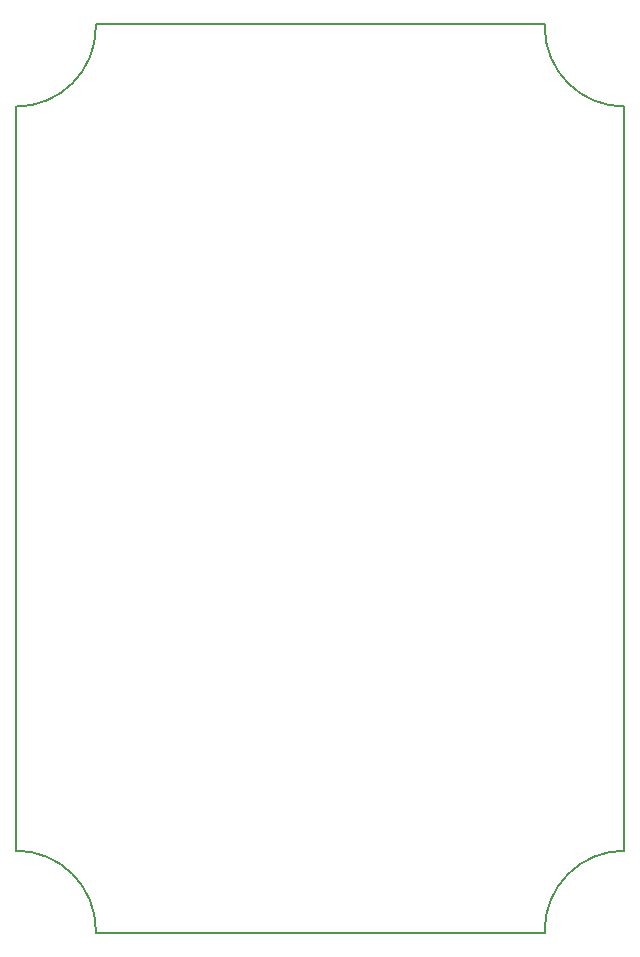
<source format=gbr>
G04 #@! TF.FileFunction,Profile,NP*
%FSLAX46Y46*%
G04 Gerber Fmt 4.6, Leading zero omitted, Abs format (unit mm)*
G04 Created by KiCad (PCBNEW 4.0.4-stable) date 09/05/16 00:54:51*
%MOMM*%
%LPD*%
G01*
G04 APERTURE LIST*
%ADD10C,0.100000*%
%ADD11C,0.150000*%
G04 APERTURE END LIST*
D10*
D11*
X124700000Y-65660000D02*
X124700000Y-65910000D01*
X162700000Y-65660000D02*
X124700000Y-65660000D01*
X162700000Y-65910000D02*
X162700000Y-65660000D01*
X162700000Y-142660000D02*
X162700000Y-142410000D01*
X124700000Y-142660000D02*
X162700000Y-142660000D01*
X124700000Y-142410000D02*
X124700000Y-142660000D01*
X117950000Y-72660000D02*
X117950000Y-135660000D01*
X169450000Y-135660000D02*
X169450000Y-72660000D01*
X169450000Y-135660000D02*
G75*
G03X162700000Y-142410000I0J-6750000D01*
G01*
X124700000Y-142410000D02*
G75*
G03X117950000Y-135660000I-6750000J0D01*
G01*
X117950000Y-72660000D02*
G75*
G03X124700000Y-65910000I0J6750000D01*
G01*
X162700000Y-65910000D02*
G75*
G03X169450000Y-72660000I6750000J0D01*
G01*
M02*

</source>
